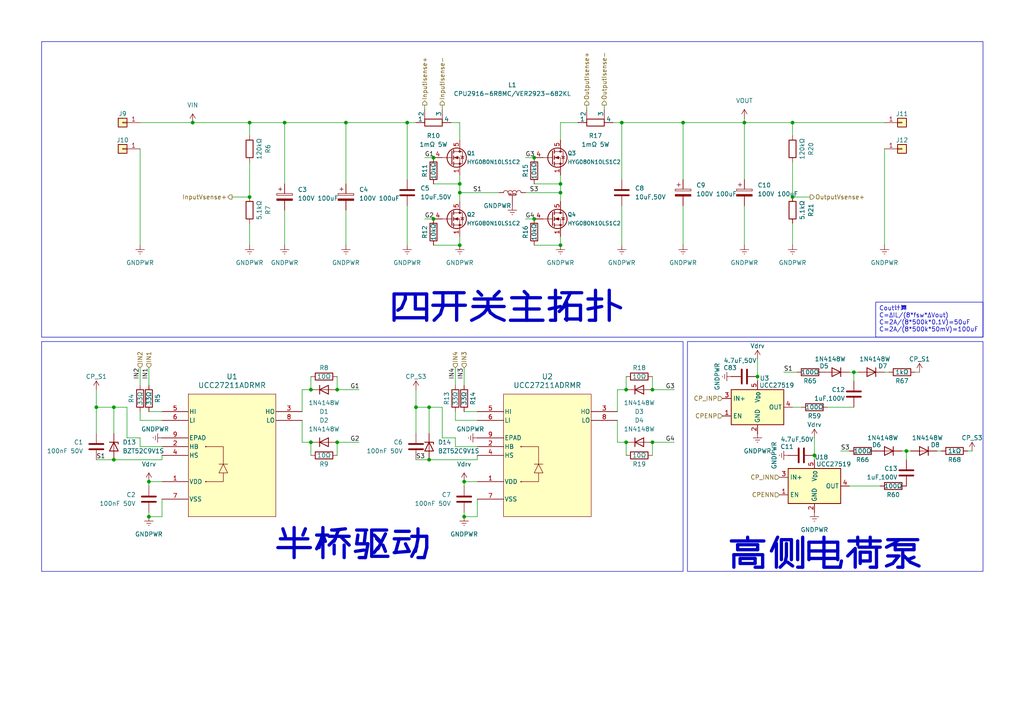
<source format=kicad_sch>
(kicad_sch (version 20250114) (generator "eeschema") (generator_version "9.0")
  (paper "A4")
  (title_block (title "HPM6P41_BuckBoost") (date "2025-05-05") (rev "4") (company "Author: Alipay"))
  (lib_symbols
    (symbol "1MyICs:UCC27518_UCC27519"
      (property "Reference" "U" (at 5.08 6.35 0))
      (property "Value" "UCC27518_UCC27519" (at 10.922 -6.35 0))
      (symbol "UCC27518_UCC27519_0_1"
        (rectangle (start -7.62 5.08) (end 7.62 -5.08) (stroke (width 0.254)) (fill (type background)))
      )
      (symbol "UCC27518_UCC27519_1_1"
        (pin input line (at -10.16 2.54 0) (length 2.54) (name "IN+") (number "3"))
        (pin input line (at -10.16 -2.54 0) (length 2.54) (name "EN") (number "1"))
        (pin power_in line (at 0 7.62 270) (length 2.54) (name "V_{DD}") (number "5"))
        (pin power_in line (at 0 -7.62 90) (length 2.54) (name "GND") (number "2"))
        (pin output line (at 10.16 0 180) (length 2.54) (name "OUT") (number "4"))
      )
    )
    (symbol "Connector_Generic:Conn_01x01" (pin_names (offset 1.016) (hide yes))
      (property "Reference" "J" (at 0 2.54 0))
      (property "Value" "Conn_01x01" (at 0 -2.54 0))
      (symbol "Conn_01x01_1_1"
        (rectangle (start -1.27 1.27) (end 1.27 -1.27) (stroke (width 0.254)) (fill (type background)))
        (rectangle (start -1.27 0.127) (end 0 -0.127) (stroke (width 0.1524)))
        (pin passive line (at -5.08 0 0) (length 3.81) (name "Pin_1") (number "1"))
      )
    )
    (symbol "Device:C" (pin_numbers (hide yes)) (pin_names (offset 0.254))
      (property "Reference" "C" (at 0.635 2.54 0))
      (property "Value" "C" (at 0.635 -2.54 0))
      (symbol "C_0_1"
        (polyline (pts (xy -2.032 0.762) (xy 2.032 0.762)) (stroke (width 0.508)))
        (polyline (pts (xy -2.032 -0.762) (xy 2.032 -0.762)) (stroke (width 0.508)))
      )
      (symbol "C_1_1"
        (pin passive line (at 0 3.81 270) (length 2.794) (name "~") (number "1"))
        (pin passive line (at 0 -3.81 90) (length 2.794) (name "~") (number "2"))
      )
    )
    (symbol "Device:C_Polarized" (pin_numbers (hide yes)) (pin_names (offset 0.254))
      (property "Reference" "C" (at 0.635 2.54 0))
      (property "Value" "C_Polarized" (at 0.635 -2.54 0))
      (symbol "C_Polarized_0_1"
        (rectangle (start -2.286 0.508) (end 2.286 1.016))
        (polyline (pts (xy -1.778 2.286) (xy -0.762 2.286)))
        (polyline (pts (xy -1.27 2.794) (xy -1.27 1.778)))
        (rectangle (start 2.286 -0.508) (end -2.286 -1.016) (fill (type outline)))
      )
      (symbol "C_Polarized_1_1"
        (pin passive line (at 0 3.81 270) (length 2.794) (name "~") (number "1"))
        (pin passive line (at 0 -3.81 90) (length 2.794) (name "~") (number "2"))
      )
    )
    (symbol "Device:D" (pin_numbers (hide yes)) (pin_names (offset 1.016) (hide yes))
      (property "Reference" "D" (at 0 2.54 0))
      (property "Value" "D" (at 0 -2.54 0))
      (symbol "D_0_1"
        (polyline (pts (xy -1.27 1.27) (xy -1.27 -1.27)) (stroke (width 0.254)))
        (polyline (pts (xy 1.27 1.27) (xy 1.27 -1.27) (xy -1.27 0) (xy 1.27 1.27)) (stroke (width 0.254)))
        (polyline (pts (xy 1.27 0) (xy -1.27 0)))
      )
      (symbol "D_1_1"
        (pin passive line (at -3.81 0 0) (length 2.54) (name "K") (number "1"))
        (pin passive line (at 3.81 0 180) (length 2.54) (name "A") (number "2"))
      )
    )
    (symbol "Device:L" (pin_numbers (hide yes)) (pin_names (offset 1.016) (hide yes))
      (property "Reference" "L1" (at 31.242 0 90))
      (property "Value" "CPU2916-6R8MC/VER2923-682KL" (at 28.702 0 90))
      (symbol "L_0_1"
        (arc (start 0 2.54) (mid 0.6323 1.905) (end 0 1.27))
        (arc (start 0 1.27) (mid 0.6323 0.635) (end 0 0))
        (arc (start 0 0) (mid 0.6323 -0.635) (end 0 -1.27))
        (arc (start 0 -1.27) (mid 0.6323 -1.905) (end 0 -2.54))
      )
      (symbol "L_1_1"
        (polyline (pts (xy -0.762 1.016) (xy -0.762 -1.016)) (stroke (width 0.1524)))
        (text "Mounting" (at -0.381 0 900) (effects (font (size 0.381 0.381))))
        (pin passive line (at -3.81 0 0) (length 3.048) (name "MountPin") (number "MP"))
        (pin passive line (at 0 3.81 270) (length 1.27) (name "1") (number "1"))
        (pin passive line (at 0 -3.81 90) (length 1.27) (name "2") (number "2"))
      )
    )
    (symbol "Device:R" (pin_numbers (hide yes)) (pin_names (offset 0))
      (property "Reference" "R" (at 2.032 0 90))
      (property "Value" "R" (at 0 0 90))
      (symbol "R_0_1"
        (rectangle (start -1.016 -2.54) (end 1.016 2.54) (stroke (width 0.254)))
      )
      (symbol "R_1_1"
        (pin passive line (at 0 3.81 270) (length 1.27) (name "~") (number "1"))
        (pin passive line (at 0 -3.81 90) (length 1.27) (name "~") (number "2"))
      )
    )
    (symbol "Device:R_Shunt" (pin_numbers (hide yes)) (pin_names (offset 0))
      (property "Reference" "R" (at -4.445 0 90))
      (property "Value" "R_Shunt" (at -2.54 0 90))
      (symbol "R_Shunt_0_1"
        (rectangle (start -1.016 -2.54) (end 1.016 2.54) (stroke (width 0.254)))
        (polyline (pts (xy 0 -2.54) (xy 1.27 -2.54)))
        (polyline (pts (xy 1.27 2.54) (xy 0 2.54)))
      )
      (symbol "R_Shunt_1_1"
        (pin passive line (at 0 5.08 270) (length 2.54) (name "1") (number "1"))
        (pin passive line (at 0 -5.08 90) (length 2.54) (name "4") (number "4"))
        (pin passive line (at 3.81 2.54 180) (length 2.54) (name "2") (number "2"))
        (pin passive line (at 3.81 -2.54 180) (length 2.54) (name "3") (number "3"))
      )
    )
    (symbol "Diode:BZV55B9V1" (pin_numbers (hide yes)) (pin_names (hide yes))
      (property "Reference" "D" (at 0 2.54 0))
      (property "Value" "BZV55B9V1" (at 0 -2.54 0))
      (symbol "BZV55B9V1_0_1"
        (polyline (pts (xy -1.27 -1.27) (xy -1.27 1.27) (xy -0.762 1.27)) (stroke (width 0.254)))
        (polyline (pts (xy 1.27 0) (xy -1.27 0)))
        (polyline (pts (xy 1.27 -1.27) (xy 1.27 1.27) (xy -1.27 0) (xy 1.27 -1.27)) (stroke (width 0.254)))
      )
      (symbol "BZV55B9V1_1_1"
        (pin passive line (at -3.81 0 0) (length 2.54) (name "K") (number "1"))
        (pin passive line (at 3.81 0 180) (length 2.54) (name "A") (number "2"))
      )
    )
    (symbol "TexasInstruments:UCC27211ADRMR" (pin_names (offset 0.254))
      (property "Reference" "U" (at 20.32 10.16 0))
      (property "Value" "UCC27211ADRMR" (at 20.32 7.62 0))
      (symbol "UCC27211ADRMR_0_1"
        (circle (center 12.7 -10.16) (radius 0.127))
        (polyline (pts (xy 12.7 -20.32) (xy 17.78 -20.32) (xy 17.78 -17.78) (xy 16.51 -17.78) (xy 17.78 -15.24) (xy 19.05 -17.78) (xy 17.78 -17.78) (xy 16.51 -17.78) (xy 17.78 -15.24) (xy 16.51 -15.24) (xy 19.05 -15.24) (xy 17.78 -15.24) (xy 17.78 -10.16) (xy 12.7 -10.16)))
        (circle (center 12.7 -20.32) (radius 0.127))
        (pin input line (at 0 0 0) (length 7.62) (name "HI") (number "5"))
        (pin input line (at 0 -2.54 0) (length 7.62) (name "LI") (number "6"))
        (pin unspecified line (at 0 -7.62 0) (length 7.62) (name "EPAD") (number "9"))
        (pin unspecified line (at 0 -10.16 0) (length 7.62) (name "HB") (number "2"))
        (pin unspecified line (at 0 -12.7 0) (length 7.62) (name "HS") (number "4"))
        (pin power_in line (at 0 -20.32 0) (length 7.62) (name "VDD") (number "1"))
        (pin power_in line (at 0 -25.4 0) (length 7.62) (name "VSS") (number "7"))
        (pin output line (at 40.64 0 180) (length 7.62) (name "HO") (number "3"))
        (pin output line (at 40.64 -2.54 180) (length 7.62) (name "LO") (number "8"))
      )
      (symbol "UCC27211ADRMR_1_1"
        (rectangle (start 7.62 5.08) (end 33.02 -30.48) (fill (type background)))
      )
    )
    (symbol "Transistor_FET:CSD18540Q5B" (pin_names (hide yes))
      (property "Reference" "Q" (at 5.08 1.905 0))
      (property "Value" "CSD18540Q5B" (at 5.08 0 0))
      (symbol "CSD18540Q5B_0_1"
        (polyline (pts (xy 0.254 1.905) (xy 0.254 -1.905)) (stroke (width 0.254)))
        (polyline (pts (xy 0.254 0) (xy -2.54 0)))
        (polyline (pts (xy 0.762 2.286) (xy 0.762 1.27)) (stroke (width 0.254)))
        (polyline (pts (xy 0.762 0.508) (xy 0.762 -0.508)) (stroke (width 0.254)))
        (polyline (pts (xy 0.762 -1.27) (xy 0.762 -2.286)) (stroke (width 0.254)))
        (polyline (pts (xy 0.762 -1.778) (xy 3.302 -1.778) (xy 3.302 1.778) (xy 0.762 1.778)))
        (polyline (pts (xy 1.016 0) (xy 2.032 0.381) (xy 2.032 -0.381) (xy 1.016 0)) (fill (type outline)))
        (circle (center 1.651 0) (radius 2.794) (stroke (width 0.254)))
        (polyline (pts (xy 2.54 2.54) (xy 2.54 1.778)))
        (circle (center 2.54 1.778) (radius 0.254) (fill (type outline)))
        (circle (center 2.54 -1.778) (radius 0.254) (fill (type outline)))
        (polyline (pts (xy 2.54 -2.54) (xy 2.54 0) (xy 0.762 0)))
        (polyline (pts (xy 2.794 0.508) (xy 2.921 0.381) (xy 3.683 0.381) (xy 3.81 0.254)))
        (polyline (pts (xy 3.302 0.381) (xy 2.921 -0.254) (xy 3.683 -0.254) (xy 3.302 0.381)))
      )
      (symbol "CSD18540Q5B_1_1"
        (pin passive line (at -5.08 0 0) (length 2.54) (name "G") (number "4"))
        (pin passive line (at 2.54 5.08 270) (length 2.54) (name "D") (number "5"))
        (pin passive line (at 2.54 -5.08 90) (length 2.54) (name "S") (number "1"))
        (pin passive line (at 2.54 -5.08 90) (length 2.54) (hide yes) (name "S") (number "2"))
        (pin passive line (at 2.54 -5.08 90) (length 2.54) (hide yes) (name "S") (number "3"))
      )
    )
    (symbol "power:+12V" (power) (pin_names (offset 0))
      (property "Value" "+12V" (at 0 3.556 0))
      (symbol "+12V_0_1"
        (polyline (pts (xy -0.762 1.27) (xy 0 2.54)))
        (polyline (pts (xy 0 2.54) (xy 0.762 1.27)))
        (polyline (pts (xy 0 0) (xy 0 2.54)))
      )
      (symbol "+12V_1_1"
        (pin power_in line (at 0 0 90) (length 0) (hide yes) (name "+12V") (number "1"))
      )
    )
    (symbol "power:GNDREF" (power) (pin_numbers (hide yes)) (pin_names (offset 0) (hide yes))
      (property "Value" "GNDREF" (at 0 -3.81 0))
      (symbol "GNDREF_0_1"
        (polyline (pts (xy -0.635 -1.905) (xy 0.635 -1.905)))
        (polyline (pts (xy -0.127 -2.54) (xy 0.127 -2.54)))
        (polyline (pts (xy 0 -1.27) (xy 0 0)))
        (polyline (pts (xy 1.27 -1.27) (xy -1.27 -1.27)))
      )
      (symbol "GNDREF_1_1"
        (pin power_in line (at 0 0 270) (length 0) (name "~") (number "1"))
      )
    )
    (symbol "power:VBUS" (power) (pin_numbers (hide yes)) (pin_names (offset 0) (hide yes))
      (property "Value" "VBUS" (at 0 3.556 0))
      (symbol "VBUS_0_1"
        (polyline (pts (xy -0.762 1.27) (xy 0 2.54)))
        (polyline (pts (xy 0 2.54) (xy 0.762 1.27)))
        (polyline (pts (xy 0 0) (xy 0 2.54)))
      )
      (symbol "VBUS_1_1"
        (pin power_in line (at 0 0 90) (length 0) (name "~") (number "1"))
      )
    )
  )
  (rectangle (start 199.39 99.06) (end 285.115 165.735))
  (rectangle (start 12.065 12.065) (end 285.115 97.79))
  (rectangle (start 12.065 99.06) (end 198.12 165.735))
  (text "半桥驱动" (at 102.362 158.496 0) (effects (font (size 7.62 7.62) (thickness 0.9525))))
  (text "高侧电荷泵" (at 239.522 161.29 0) (effects (font (size 7.62 7.62) (thickness 0.9525))))
  (text "四开关主拓扑" (at 147.32 89.662 0) (effects (font (size 7.62 7.62) (thickness 0.9525))))
  (text_box "Cout计算\nC=ΔIL/(8*fsw*ΔVout)\nC=2A/(8*500k*0.1V)=50uF\nC=2A/(8*500k*50mV)=100uF" (at 254 87.63 0) (size 31.115 10.16) (margins 0.9525 0.9525 0.9525 0.9525) (effects (font (size 1.27 1.27)) (justify left top)))
  (junction (at 154.94 63.5))
  (junction (at 97.79 113.03))
  (junction (at 236.22 132.08))
  (junction (at 215.9 35.56))
  (junction (at 133.35 53.34))
  (junction (at 33.02 133.35))
  (junction (at 90.17 113.03))
  (junction (at 118.11 35.56))
  (junction (at 134.62 139.7))
  (junction (at 124.46 133.35))
  (junction (at 229.87 57.15))
  (junction (at 55.88 35.56))
  (junction (at 72.39 35.56))
  (junction (at 154.94 45.72))
  (junction (at 162.56 71.12))
  (junction (at 97.79 128.27))
  (junction (at 33.02 118.11))
  (junction (at 43.18 139.7))
  (junction (at 90.17 128.27))
  (junction (at 181.61 113.03))
  (junction (at 181.61 128.27))
  (junction (at 189.23 128.27))
  (junction (at 100.33 35.56))
  (junction (at 72.39 57.15))
  (junction (at 162.56 53.34))
  (junction (at 133.35 55.88))
  (junction (at 180.34 35.56))
  (junction (at 82.55 35.56))
  (junction (at 133.35 71.12))
  (junction (at 198.12 35.56))
  (junction (at 43.18 149.86))
  (junction (at 120.65 118.11))
  (junction (at 134.62 149.86))
  (junction (at 125.73 63.5))
  (junction (at 27.94 118.11))
  (junction (at 162.56 55.88))
  (junction (at 229.87 35.56))
  (junction (at 125.73 45.72))
  (junction (at 262.89 130.81))
  (junction (at 247.65 107.95))
  (junction (at 219.71 109.22))
  (junction (at 189.23 113.03))
  (junction (at 124.46 118.11))
  (wire (pts (xy 265.43 107.95) (xy 266.7 107.95)))
  (wire (pts (xy 138.43 132.08) (xy 138.43 133.35)))
  (wire (pts (xy 40.64 43.18) (xy 40.64 71.12)))
  (wire (pts (xy 43.18 119.38) (xy 46.99 119.38)))
  (wire (pts (xy 40.64 129.54) (xy 46.99 129.54)))
  (wire (pts (xy 72.39 39.37) (xy 72.39 35.56)))
  (wire (pts (xy 236.22 127) (xy 236.22 132.08)))
  (wire (pts (xy 120.65 118.11) (xy 124.46 118.11)))
  (wire (pts (xy 118.11 35.56) (xy 120.65 35.56)))
  (wire (pts (xy 43.18 149.86) (xy 46.99 149.86)))
  (wire (pts (xy 87.63 128.27) (xy 87.63 121.92)))
  (wire (pts (xy 87.63 128.27) (xy 90.17 128.27)))
  (wire (pts (xy 215.9 34.29) (xy 215.9 35.56)))
  (wire (pts (xy 124.46 133.35) (xy 138.43 133.35)))
  (wire (pts (xy 124.46 118.11) (xy 124.46 125.73)))
  (wire (pts (xy 40.64 106.68) (xy 40.64 111.76)))
  (wire (pts (xy 124.46 118.11) (xy 128.27 118.11)))
  (wire (pts (xy 43.18 140.97) (xy 43.18 139.7)))
  (wire (pts (xy 280.67 130.81) (xy 281.94 130.81)))
  (wire (pts (xy 100.33 35.56) (xy 100.33 53.34)))
  (wire (pts (xy 167.64 35.56) (xy 162.56 35.56)))
  (wire (pts (xy 179.07 128.27) (xy 181.61 128.27)))
  (wire (pts (xy 229.87 46.99) (xy 229.87 57.15)))
  (wire (pts (xy 195.58 128.27) (xy 189.23 128.27)))
  (wire (pts (xy 40.64 127) (xy 40.64 129.54)))
  (wire (pts (xy 36.83 118.11) (xy 36.83 127)))
  (wire (pts (xy 246.38 140.97) (xy 255.27 140.97)))
  (wire (pts (xy 72.39 64.77) (xy 72.39 71.12)))
  (wire (pts (xy 154.94 53.34) (xy 162.56 53.34)))
  (wire (pts (xy 236.22 132.08) (xy 236.22 133.35)))
  (wire (pts (xy 130.81 35.56) (xy 133.35 35.56)))
  (wire (pts (xy 40.64 35.56) (xy 55.88 35.56)))
  (wire (pts (xy 134.62 139.7) (xy 138.43 139.7)))
  (wire (pts (xy 27.94 113.03) (xy 27.94 118.11)))
  (wire (pts (xy 240.03 118.11) (xy 247.65 118.11)))
  (wire (pts (xy 72.39 46.99) (xy 72.39 57.15)))
  (wire (pts (xy 104.14 128.27) (xy 97.79 128.27)))
  (wire (pts (xy 40.64 121.92) (xy 46.99 121.92)))
  (wire (pts (xy 264.16 130.81) (xy 262.89 130.81)))
  (wire (pts (xy 198.12 35.56) (xy 198.12 52.07)))
  (wire (pts (xy 133.35 53.34) (xy 133.35 55.88)))
  (wire (pts (xy 87.63 119.38) (xy 87.63 113.03)))
  (wire (pts (xy 180.34 59.69) (xy 180.34 71.12)))
  (wire (pts (xy 234.95 57.15) (xy 229.87 57.15)))
  (wire (pts (xy 36.83 127) (xy 40.64 127)))
  (wire (pts (xy 43.18 106.68) (xy 43.18 111.76)))
  (wire (pts (xy 162.56 53.34) (xy 162.56 50.8)))
  (wire (pts (xy 125.73 71.12) (xy 133.35 71.12)))
  (wire (pts (xy 128.27 30.48) (xy 128.27 31.75)))
  (wire (pts (xy 181.61 132.08) (xy 181.61 128.27)))
  (wire (pts (xy 133.35 50.8) (xy 133.35 53.34)))
  (wire (pts (xy 262.89 130.81) (xy 262.89 133.35)))
  (wire (pts (xy 261.62 130.81) (xy 262.89 130.81)))
  (wire (pts (xy 138.43 149.86) (xy 138.43 144.78)))
  (wire (pts (xy 40.64 119.38) (xy 40.64 121.92)))
  (wire (pts (xy 271.78 130.81) (xy 273.05 130.81)))
  (wire (pts (xy 132.08 119.38) (xy 132.08 121.92)))
  (wire (pts (xy 67.31 57.15) (xy 72.39 57.15)))
  (wire (pts (xy 181.61 109.22) (xy 181.61 113.03)))
  (wire (pts (xy 248.92 107.95) (xy 247.65 107.95)))
  (wire (pts (xy 82.55 60.96) (xy 82.55 71.12)))
  (wire (pts (xy 43.18 139.7) (xy 46.99 139.7)))
  (wire (pts (xy 97.79 132.08) (xy 97.79 128.27)))
  (wire (pts (xy 175.26 30.48) (xy 175.26 31.75)))
  (wire (pts (xy 27.94 118.11) (xy 27.94 125.73)))
  (wire (pts (xy 125.73 53.34) (xy 133.35 53.34)))
  (wire (pts (xy 229.87 118.11) (xy 232.41 118.11)))
  (wire (pts (xy 152.4 63.5) (xy 154.94 63.5)))
  (wire (pts (xy 33.02 133.35) (xy 46.99 133.35)))
  (wire (pts (xy 134.62 140.97) (xy 134.62 139.7)))
  (wire (pts (xy 90.17 132.08) (xy 90.17 128.27)))
  (wire (pts (xy 133.35 68.58) (xy 133.35 71.12)))
  (wire (pts (xy 134.62 119.38) (xy 138.43 119.38)))
  (wire (pts (xy 27.94 118.11) (xy 33.02 118.11)))
  (wire (pts (xy 189.23 109.22) (xy 189.23 113.03)))
  (wire (pts (xy 132.08 121.92) (xy 138.43 121.92)))
  (wire (pts (xy 133.35 35.56) (xy 133.35 40.64)))
  (wire (pts (xy 128.27 118.11) (xy 128.27 127)))
  (wire (pts (xy 72.39 35.56) (xy 82.55 35.56)))
  (wire (pts (xy 132.08 127) (xy 132.08 129.54)))
  (wire (pts (xy 162.56 68.58) (xy 162.56 71.12)))
  (wire (pts (xy 215.9 35.56) (xy 198.12 35.56)))
  (wire (pts (xy 256.54 107.95) (xy 257.81 107.95)))
  (wire (pts (xy 134.62 148.59) (xy 134.62 149.86)))
  (wire (pts (xy 134.62 149.86) (xy 138.43 149.86)))
  (wire (pts (xy 134.62 106.68) (xy 134.62 111.76)))
  (wire (pts (xy 162.56 55.88) (xy 162.56 53.34)))
  (wire (pts (xy 180.34 35.56) (xy 177.8 35.56)))
  (wire (pts (xy 128.27 127) (xy 132.08 127)))
  (wire (pts (xy 227.33 107.95) (xy 231.14 107.95)))
  (wire (pts (xy 215.9 35.56) (xy 215.9 52.07)))
  (wire (pts (xy 100.33 35.56) (xy 118.11 35.56)))
  (wire (pts (xy 247.65 107.95) (xy 247.65 110.49)))
  (wire (pts (xy 33.02 133.35) (xy 27.94 133.35)))
  (wire (pts (xy 132.08 129.54) (xy 138.43 129.54)))
  (wire (pts (xy 162.56 55.88) (xy 162.56 58.42)))
  (wire (pts (xy 195.58 113.03) (xy 189.23 113.03)))
  (wire (pts (xy 120.65 113.03) (xy 120.65 118.11)))
  (wire (pts (xy 43.18 148.59) (xy 43.18 149.86)))
  (wire (pts (xy 123.19 30.48) (xy 123.19 31.75)))
  (wire (pts (xy 189.23 132.08) (xy 189.23 128.27)))
  (wire (pts (xy 104.14 113.03) (xy 97.79 113.03)))
  (wire (pts (xy 55.88 35.56) (xy 72.39 35.56)))
  (wire (pts (xy 133.35 55.88) (xy 133.35 58.42)))
  (wire (pts (xy 154.94 71.12) (xy 162.56 71.12)))
  (wire (pts (xy 198.12 59.69) (xy 198.12 71.12)))
  (wire (pts (xy 46.99 149.86) (xy 46.99 144.78)))
  (wire (pts (xy 229.87 35.56) (xy 215.9 35.56)))
  (wire (pts (xy 46.99 133.35) (xy 46.99 132.08)))
  (wire (pts (xy 132.08 106.68) (xy 132.08 111.76)))
  (wire (pts (xy 170.18 30.48) (xy 170.18 31.75)))
  (wire (pts (xy 219.71 109.22) (xy 219.71 110.49)))
  (wire (pts (xy 100.33 60.96) (xy 100.33 71.12)))
  (wire (pts (xy 198.12 35.56) (xy 180.34 35.56)))
  (wire (pts (xy 179.07 128.27) (xy 179.07 121.92)))
  (wire (pts (xy 120.65 118.11) (xy 120.65 125.73)))
  (wire (pts (xy 97.79 109.22) (xy 97.79 113.03)))
  (wire (pts (xy 33.02 118.11) (xy 33.02 125.73)))
  (wire (pts (xy 229.87 35.56) (xy 256.54 35.56)))
  (wire (pts (xy 179.07 113.03) (xy 181.61 113.03)))
  (wire (pts (xy 152.4 55.88) (xy 162.56 55.88)))
  (wire (pts (xy 90.17 109.22) (xy 90.17 113.03)))
  (wire (pts (xy 82.55 35.56) (xy 82.55 53.34)))
  (wire (pts (xy 229.87 39.37) (xy 229.87 35.56)))
  (wire (pts (xy 179.07 113.03) (xy 179.07 119.38)))
  (wire (pts (xy 133.35 55.88) (xy 144.78 55.88)))
  (wire (pts (xy 180.34 35.56) (xy 180.34 52.07)))
  (wire (pts (xy 256.54 43.18) (xy 256.54 71.12)))
  (wire (pts (xy 87.63 113.03) (xy 90.17 113.03)))
  (wire (pts (xy 243.84 130.81) (xy 246.38 130.81)))
  (wire (pts (xy 123.19 45.72) (xy 125.73 45.72)))
  (wire (pts (xy 118.11 35.56) (xy 118.11 52.07)))
  (wire (pts (xy 219.71 104.14) (xy 219.71 109.22)))
  (wire (pts (xy 246.38 107.95) (xy 247.65 107.95)))
  (wire (pts (xy 152.4 45.72) (xy 154.94 45.72)))
  (wire (pts (xy 229.87 64.77) (xy 229.87 71.12)))
  (wire (pts (xy 162.56 35.56) (xy 162.56 40.64)))
  (wire (pts (xy 82.55 35.56) (xy 100.33 35.56)))
  (wire (pts (xy 33.02 118.11) (xy 36.83 118.11)))
  (wire (pts (xy 120.65 133.35) (xy 124.46 133.35)))
  (wire (pts (xy 118.11 59.69) (xy 118.11 71.12)))
  (wire (pts (xy 123.19 63.5) (xy 125.73 63.5)))
  (wire (pts (xy 215.9 59.69) (xy 215.9 71.12)))
  (label "S3" (at 156.21 55.88 180))
  (label "G2" (at 101.6 128.27 0))
  (label "S1" (at 227.33 107.95 0))
  (label "G1" (at 123.19 45.72 0))
  (label "S1" (at 137.16 55.88 0))
  (label "G3" (at 193.04 113.03 0))
  (label "G2" (at 123.19 63.5 0))
  (label "G1" (at 101.6 113.03 0))
  (label "IN1" (at 43.18 106.68 270))
  (label "S1" (at 27.94 133.35 0))
  (label "G4" (at 193.04 128.27 0))
  (label "G4" (at 152.4 63.5 0))
  (label "G3" (at 152.4 45.72 0))
  (label "S3" (at 120.65 133.35 0))
  (label "IN4" (at 132.08 106.68 270))
  (label "S3" (at 243.84 130.81 0))
  (label "IN2" (at 40.64 106.68 270))
  (label "IN3" (at 134.62 106.68 270))
  (hierarchical_label "InputIsense-" (shape output) (at 128.27 30.48 90))
  (hierarchical_label "IN1" (shape input) (at 43.18 106.68 90))
  (hierarchical_label "CPENN" (shape input) (at 226.06 143.51 180))
  (hierarchical_label "CP_INN" (shape input) (at 226.06 138.43 180))
  (hierarchical_label "OutputVsense+" (shape output) (at 234.95 57.15 0))
  (hierarchical_label "InputVsense+" (shape output) (at 67.31 57.15 180))
  (hierarchical_label "InputIsense+" (shape output) (at 123.19 30.48 90))
  (hierarchical_label "IN3" (shape input) (at 134.62 106.68 90))
  (hierarchical_label "IN4" (shape input) (at 132.08 106.68 90))
  (hierarchical_label "IN2" (shape input) (at 40.64 106.68 90))
  (hierarchical_label "OutputIsense-" (shape output) (at 175.26 30.48 90))
  (hierarchical_label "OutputIsense+" (shape output) (at 170.18 30.48 90))
  (hierarchical_label "CP_INP" (shape input) (at 209.55 115.57 180))
  (hierarchical_label "CPENP" (shape input) (at 209.55 120.65 180))
  (symbol (lib_id "Device:C_Polarized") (at 215.9 55.88 0) (unit 1)
    (property "Reference" "C10" (at 219.71 53.721 0) (effects (justify left)))
    (property "Value" "100V 100uF" (at 219.71 56.261 0) (effects (justify left)))
    (property "Footprint" "HPM6P41_BB:CP_Radial_D10.0mm_P5.00mm" (effects (hide yes)))
  )
  (symbol (lib_id "Device:R") (at 40.64 115.57 180) (unit 1)
    (property "Reference" "R4" (at 38.1 115.57 90))
    (property "Value" "33Ω" (at 40.64 115.57 90))
    (property "Footprint" "Resistor_SMD:R_0603_1608Metric" (effects (hide yes)))
  )
  (symbol (lib_id "Device:D") (at 267.97 130.81 0) (mirror y) (unit 1)
    (property "Reference" "D8" (at 271.272 129.032 0))
    (property "Value" "1N4148W" (at 268.986 127 0))
    (property "Footprint" "Diode_SMD:D_SOD-323" (effects (hide yes)))
    (property "Datasheet" "C3013756" (effects (hide yes)))
    (property "Sim.Device" "D" (effects (hide yes)))
    (property "Sim.Pins" "1=K 2=A" (effects (hide yes)))
  )
  (symbol (lib_id "Diode:BZV55B9V1") (at 124.46 129.54 270) (unit 1)
    (property "Reference" "D14" (at 127 128.2699 90) (effects (justify left)))
    (property "Value" "BZT52C9V1S" (at 127 130.8099 90) (effects (justify left)))
    (property "Footprint" "Diode_SMD:D_SOD-323" (effects (hide yes)))
    (property "Datasheet" "https://assets.nexperia.com/documents/data-sheet/BZV55_SER.pdf" (effects (hide yes)))
    (property "Description" "9.1V, 500mW, 2%, Zener diode, MiniMELF" (effects (hide yes)))
  )
  (symbol (lib_id "power:GNDREF") (at 46.99 127 270) (unit 1)
    (property "Reference" "#PWR08" (effects (hide yes)))
    (property "Value" "GNDPWR" (at 49.022 124.46 90) (effects (justify right)))
    (property "Description" "Power symbol creates a global label with name \"GNDREF\" , reference supply ground" (effects (hide yes)))
  )
  (symbol (lib_id "Device:R_Shunt") (at 172.72 35.56 90) (unit 1)
    (property "Reference" "R17" (at 172.72 39.37 90))
    (property "Value" "1mΩ 5W" (at 172.72 41.91 90))
    (property "Footprint" "HPM6P41_BB:R_Shunt_2725_2726" (effects (hide yes)))
    (property "Description" "Shunt resistor" (effects (hide yes)))
  )
  (symbol (lib_id "Device:D") (at 185.42 128.27 0) (unit 1)
    (property "Reference" "D4" (at 185.42 121.92 0))
    (property "Value" "1N4148W" (at 185.42 124.46 0))
    (property "Footprint" "Diode_SMD:D_SOD-323" (effects (hide yes)))
    (property "Datasheet" "C3013756" (effects (hide yes)))
    (property "Sim.Device" "D" (effects (hide yes)))
    (property "Sim.Pins" "1=K 2=A" (effects (hide yes)))
  )
  (symbol (lib_id "Device:C") (at 247.65 114.3 0) (mirror y) (unit 1)
    (property "Reference" "C12" (at 245.11 113.03 0) (effects (justify left)))
    (property "Value" "1uF,100V" (at 245.11 115.57 0) (effects (justify left)))
    (property "Footprint" "Capacitor_SMD:C_0805_2012Metric" (effects (hide yes)))
  )
  (symbol (lib_id "power:+12V") (at 43.18 139.7 0) (unit 1)
    (property "Reference" "#PWR0147" (effects (hide yes)))
    (property "Value" "Vdrv" (at 43.18 134.62 0))
  )
  (symbol (lib_id "Device:C_Polarized") (at 82.55 57.15 0) (unit 1)
    (property "Reference" "C3" (at 86.36 54.991 0) (effects (justify left)))
    (property "Value" "100V 100uF" (at 86.36 57.531 0) (effects (justify left)))
    (property "Footprint" "HPM6P41_BB:CP_Radial_D10.0mm_P5.00mm" (effects (hide yes)))
  )
  (symbol (lib_id "Device:L") (at 148.59 55.88 90) (unit 1)
    (property "Reference" "L1" (at 148.59 24.638 90))
    (property "Value" "CPU2916-6R8MC/VER2923-682KL" (at 148.59 27.178 90))
    (property "Footprint" "HPM6P41_BB:IND_VER2923_COC" (effects (hide yes)))
    (property "Datasheet" "https://item.taobao.com/item.htm?abbucket=11&detail_redpacket_pop=true&id=728306852960&ltk2=1746116900184xstdy93a7cq5hnn3e5efn&ns=1&priceTId=undefined&query=%E7%BE%B0%E5%9F%BA%E7%B2%89%E7%94%B5%E6%84%9F&skuId=5532454632509&spm=a21n57.1.hoverItem.5&utparam=%7B%22aplus_abtest%22%3A%229e0d3c38bc27272b59784c2f040332ea%22%7D&xxc=taobaoSearch" (effects (hide yes)))
    (property "Description" "羰基粉电感 2.2uH 48A" (effects (hide yes)))
  )
  (symbol (lib_id "Device:C") (at 118.11 55.88 0) (unit 1)
    (property "Reference" "C5" (at 121.92 54.6099 0) (effects (justify left)))
    (property "Value" "10uF,50V" (at 121.92 57.1499 0) (effects (justify left)))
    (property "Footprint" "Capacitor_SMD:C_1206_3216Metric" (effects (hide yes)))
    (property "Datasheet" "https://item.szlcsc.com/90812.html?fromZone=s_s__%25221206%252010uF%2522&spm=sc.gb.xh3.zy.n___sc.ols.hd.ss&lcsc_vid=EwRcVFxfQ1UNUlxUFlcKAVVURlQMUgEHFFIPVlIDRgcxVlNSQVBfUlJSTlhWXjsOAxUeFF5JWA4cAwEUWRIUCwcVFE8NCAlJGgQDBQEUWA4cAwEUWA0HFBBIHxUDCw%3D%3D" (effects (hide yes)))
    (property "Description" "C89632" (effects (hide yes)))
    (property "型号" "CL31B106KBHNNNE" (effects (hide yes)))
  )
  (symbol (lib_id "Device:R") (at 125.73 67.31 180) (unit 1)
    (property "Reference" "R12" (at 123.19 67.31 90))
    (property "Value" "10kΩ" (at 125.73 67.31 90))
    (property "Footprint" "Resistor_SMD:R_0603_1608Metric" (effects (hide yes)))
  )
  (symbol (lib_id "Device:C") (at 27.94 129.54 0) (mirror y) (unit 1)
    (property "Reference" "C1" (at 24.13 128.27 0) (effects (justify left)))
    (property "Value" "100nF 50V" (at 24.13 130.81 0) (effects (justify left)))
    (property "Footprint" "Capacitor_SMD:C_0603_1608Metric" (effects (hide yes)))
  )
  (symbol (lib_id "Connector_Generic:Conn_01x01") (at 261.62 35.56 0) (mirror x) (unit 1)
    (property "Reference" "J11" (at 261.62 33.02 0))
    (property "Value" "Conn_01x01" (effects (hide yes)))
    (property "Footprint" "1MyConnector:48A_Connector_PCB_3" (effects (hide yes)))
    (property "Description" "Generic connector, single row, 01x01, script generated (kicad-library-utils/schlib/autogen/connector/)" (effects (hide yes)))
  )
  (symbol (lib_id "power:GNDREF") (at 256.54 71.12 0) (mirror y) (unit 1)
    (property "Reference" "#PWR028" (effects (hide yes)))
    (property "Value" "GNDPWR" (at 256.54 76.2 0))
    (property "Description" "Power symbol creates a global label with name \"GNDREF\" , reference supply ground" (effects (hide yes)))
  )
  (symbol (lib_id "Device:D") (at 185.42 113.03 0) (mirror x) (unit 1)
    (property "Reference" "D3" (at 185.42 119.38 0))
    (property "Value" "1N4148W" (at 185.42 116.84 0))
    (property "Footprint" "Diode_SMD:D_SOD-323" (effects (hide yes)))
    (property "Datasheet" "C3013756" (effects (hide yes)))
    (property "Sim.Device" "D" (effects (hide yes)))
    (property "Sim.Pins" "1=K 2=A" (effects (hide yes)))
  )
  (symbol (lib_id "Device:C") (at 134.62 144.78 0) (mirror y) (unit 1)
    (property "Reference" "C7" (at 130.81 143.51 0) (effects (justify left)))
    (property "Value" "100nF 50V" (at 130.81 146.05 0) (effects (justify left)))
    (property "Footprint" "Capacitor_SMD:C_0603_1608Metric" (effects (hide yes)))
  )
  (symbol (lib_id "power:GNDREF") (at 133.35 71.12 0) (unit 1)
    (property "Reference" "#PWR014" (effects (hide yes)))
    (property "Value" "GNDPWR" (at 133.35 76.2 0))
    (property "Description" "Power symbol creates a global label with name \"GNDREF\" , reference supply ground" (effects (hide yes)))
  )
  (symbol (lib_id "Device:R") (at 93.98 132.08 90) (mirror x) (unit 1)
    (property "Reference" "R9" (at 93.98 134.62 90))
    (property "Value" "10Ω" (at 93.98 132.08 90))
    (property "Footprint" "Resistor_SMD:R_0603_1608Metric" (effects (hide yes)))
  )
  (symbol (lib_id "Device:R") (at 276.86 130.81 270) (unit 1)
    (property "Reference" "R68" (at 276.86 133.35 90))
    (property "Value" "1kΩ" (at 276.86 130.81 90))
    (property "Footprint" "Resistor_SMD:R_0603_1608Metric" (effects (hide yes)))
    (property "Description" "Resistor" (effects (hide yes)))
  )
  (symbol (lib_id "power:GNDREF") (at 236.22 148.59 0) (unit 1)
    (property "Reference" "#PWR0115" (effects (hide yes)))
    (property "Value" "GNDPWR" (at 236.22 153.67 0))
    (property "Description" "Power symbol creates a global label with name \"GNDREF\" , reference supply ground" (effects (hide yes)))
  )
  (symbol (lib_id "power:GNDREF") (at 118.11 71.12 0) (unit 1)
    (property "Reference" "#PWR013" (effects (hide yes)))
    (property "Value" "GNDPWR" (at 118.11 76.2 0))
    (property "Description" "Power symbol creates a global label with name \"GNDREF\" , reference supply ground" (effects (hide yes)))
  )
  (symbol (lib_id "1MyICs:UCC27518_UCC27519") (at 236.22 140.97 0) (unit 1)
    (property "Reference" "U18" (at 238.252 132.588 0))
    (property "Value" "UCC27519" (at 241.808 134.62 0))
    (property "Footprint" "Package_TO_SOT_SMD:SOT-23-5" (effects (hide yes)))
    (property "Datasheet" "https://www.ti.com.cn/cn/lit/ds/symlink/ucc27519.pdf?ts=1747047529320&ref_url=https%253A%252F%252Fwww.ti.com.cn%252Fproduct%252Fcn%252FUCC27519" (effects (hide yes)))
    (property "Description" "Single-Channel High-Speed Low-Side Gate Driver With 4-A Peak Source and 8-A Peak Sink, SOT-23-6" (effects (hide yes)))
  )
  (symbol (lib_id "power:+12V") (at 27.94 113.03 0) (unit 1)
    (property "Reference" "#PWR0144" (effects (hide yes)))
    (property "Value" "CP_S1" (at 27.94 109.22 0))
  )
  (symbol (lib_id "Device:C") (at 180.34 55.88 0) (unit 1)
    (property "Reference" "C8" (at 184.15 54.6099 0) (effects (justify left)))
    (property "Value" "10uF,50V" (at 184.15 57.1499 0) (effects (justify left)))
    (property "Footprint" "Capacitor_SMD:C_1206_3216Metric" (effects (hide yes)))
    (property "Datasheet" "https://item.szlcsc.com/90812.html?fromZone=s_s__%25221206%252010uF%2522&spm=sc.gb.xh3.zy.n___sc.ols.hd.ss&lcsc_vid=EwRcVFxfQ1UNUlxUFlcKAVVURlQMUgEHFFIPVlIDRgcxVlNSQVBfUlJSTlhWXjsOAxUeFF5JWA4cAwEUWRIUCwcVFE8NCAlJGgQDBQEUWA4cAwEUWA0HFBBIHxUDCw%3D%3D" (effects (hide yes)))
    (property "Description" "C89632" (effects (hide yes)))
    (property "型号" "CL31B106KBHNNNE" (effects (hide yes)))
  )
  (symbol (lib_id "power:GNDREF") (at 219.71 125.73 0) (unit 1)
    (property "Reference" "#PWR06" (effects (hide yes)))
    (property "Value" "GNDPWR" (at 219.71 130.81 0))
    (property "Description" "Power symbol creates a global label with name \"GNDREF\" , reference supply ground" (effects (hide yes)))
  )
  (symbol (lib_id "power:GNDREF") (at 40.64 71.12 0) (unit 1)
    (property "Reference" "#PWR05" (effects (hide yes)))
    (property "Value" "GNDPWR" (at 40.64 76.2 0))
    (property "Description" "Power symbol creates a global label with name \"GNDREF\" , reference supply ground" (effects (hide yes)))
  )
  (symbol (lib_id "Device:C") (at 43.18 144.78 0) (mirror y) (unit 1)
    (property "Reference" "C2" (at 39.37 143.51 0) (effects (justify left)))
    (property "Value" "100nF 50V" (at 39.37 146.05 0) (effects (justify left)))
    (property "Footprint" "Capacitor_SMD:C_0603_1608Metric" (effects (hide yes)))
  )
  (symbol (lib_id "power:GNDREF") (at 100.33 71.12 0) (unit 1)
    (property "Reference" "#PWR012" (effects (hide yes)))
    (property "Value" "GNDPWR" (at 100.33 76.2 0))
    (property "Description" "Power symbol creates a global label with name \"GNDREF\" , reference supply ground" (effects (hide yes)))
  )
  (symbol (lib_id "Connector_Generic:Conn_01x01") (at 35.56 35.56 180) (unit 1)
    (property "Reference" "J9" (at 35.56 33.02 0))
    (property "Value" "Conn_01x01" (effects (hide yes)))
    (property "Footprint" "1MyConnector:48A_Connector_PCB_3" (effects (hide yes)))
    (property "Description" "Generic connector, single row, 01x01, script generated (kicad-library-utils/schlib/autogen/connector/)" (effects (hide yes)))
  )
  (symbol (lib_id "Device:R_Shunt") (at 125.73 35.56 90) (unit 1)
    (property "Reference" "R10" (at 125.73 39.37 90))
    (property "Value" "1mΩ 5W" (at 125.73 41.91 90))
    (property "Footprint" "HPM6P41_BB:R_Shunt_2725_2726" (effects (hide yes)))
    (property "Description" "Shunt resistor" (effects (hide yes)))
  )
  (symbol (lib_id "power:+12V") (at 236.22 127 0) (unit 1)
    (property "Reference" "#PWR022" (effects (hide yes)))
    (property "Value" "Vdrv" (at 236.22 123.19 0))
  )
  (symbol (lib_id "power:GNDREF") (at 229.87 71.12 0) (unit 1)
    (property "Reference" "#PWR025" (effects (hide yes)))
    (property "Value" "GNDPWR" (at 229.87 76.2 0))
    (property "Description" "Power symbol creates a global label with name \"GNDREF\" , reference supply ground" (effects (hide yes)))
  )
  (symbol (lib_id "power:+12V") (at 134.62 139.7 0) (unit 1)
    (property "Reference" "#PWR0148" (effects (hide yes)))
    (property "Value" "Vdrv" (at 134.62 134.62 0))
  )
  (symbol (lib_id "Device:R") (at 250.19 130.81 270) (unit 1)
    (property "Reference" "R66" (at 250.19 133.35 90))
    (property "Value" "100Ω" (at 250.19 130.81 90))
    (property "Footprint" "Resistor_SMD:R_0603_1608Metric" (effects (hide yes)))
    (property "Description" "Resistor" (effects (hide yes)))
  )
  (symbol (lib_id "Device:R") (at 93.98 109.22 90) (unit 1)
    (property "Reference" "R8" (at 93.98 106.68 90))
    (property "Value" "10Ω" (at 93.98 109.22 90))
    (property "Footprint" "Resistor_SMD:R_0603_1608Metric" (effects (hide yes)))
  )
  (symbol (lib_id "Transistor_FET:CSD18540Q5B") (at 160.02 45.72 0) (unit 1)
    (property "Reference" "Q3" (at 164.592 44.45 0) (effects (font (size 1.143 1.143)) (justify left)))
    (property "Value" "HYG080N10LS1C2" (at 164.592 46.99 0) (effects (font (size 1.143 1.143)) (justify left)))
    (property "Footprint" "Package_TO_SOT_SMD:TDSON-8-1" (effects (hide yes)))
    (property "Datasheet" "http://www.ti.com/lit/gpn/csd18540q5b" (effects (hide yes)))
    (property "Description" "100A Id, 60V Vds, NexFET N-Channel Power MOSFET, 2.2mOhm Ron, 41nC Qg(typ), SON8 5x6mm" (effects (hide yes)))
  )
  (symbol (lib_id "power:GNDREF") (at 82.55 71.12 0) (unit 1)
    (property "Reference" "#PWR011" (effects (hide yes)))
    (property "Value" "GNDPWR" (at 82.55 76.2 0))
    (property "Description" "Power symbol creates a global label with name \"GNDREF\" , reference supply ground" (effects (hide yes)))
  )
  (symbol (lib_id "Device:D") (at 257.81 130.81 0) (mirror y) (unit 1)
    (property "Reference" "D6" (at 254.254 129.032 0))
    (property "Value" "1N4148W" (at 256.032 127 0))
    (property "Footprint" "Diode_SMD:D_SOD-323" (effects (hide yes)))
    (property "Datasheet" "C3013756" (effects (hide yes)))
    (property "Sim.Device" "D" (effects (hide yes)))
    (property "Sim.Pins" "1=K 2=A" (effects (hide yes)))
  )
  (symbol (lib_id "power:VBUS") (at 215.9 34.29 0) (unit 1)
    (property "Reference" "#PWR023" (effects (hide yes)))
    (property "Value" "VOUT" (at 215.9 29.21 0))
    (property "Description" "Power symbol creates a global label with name \"VBUS\"" (effects (hide yes)))
  )
  (symbol (lib_id "power:GNDREF") (at 198.12 71.12 0) (unit 1)
    (property "Reference" "#PWR020" (effects (hide yes)))
    (property "Value" "GNDPWR" (at 198.12 76.2 0))
    (property "Description" "Power symbol creates a global label with name \"GNDREF\" , reference supply ground" (effects (hide yes)))
  )
  (symbol (lib_id "1MyICs:UCC27518_UCC27519") (at 219.71 118.11 0) (unit 1)
    (property "Reference" "U3" (at 221.742 109.728 0))
    (property "Value" "UCC27519" (at 225.298 111.76 0))
    (property "Footprint" "Package_TO_SOT_SMD:SOT-23-5" (effects (hide yes)))
    (property "Datasheet" "https://www.ti.com.cn/cn/lit/ds/symlink/ucc27519.pdf?ts=1747047529320&ref_url=https%253A%252F%252Fwww.ti.com.cn%252Fproduct%252Fcn%252FUCC27519" (effects (hide yes)))
    (property "Description" "Single-Channel High-Speed Low-Side Gate Driver With 4-A Peak Source and 8-A Peak Sink, SOT-23-6" (effects (hide yes)))
  )
  (symbol (lib_id "Device:C_Polarized") (at 100.33 57.15 0) (unit 1)
    (property "Reference" "C4" (at 104.14 54.991 0) (effects (justify left)))
    (property "Value" "100V 100uF" (at 104.14 57.531 0) (effects (justify left)))
    (property "Footprint" "HPM6P41_BB:CP_Radial_D10.0mm_P5.00mm" (effects (hide yes)))
  )
  (symbol (lib_id "Device:R") (at 185.42 132.08 90) (mirror x) (unit 1)
    (property "Reference" "R19" (at 185.42 134.62 90))
    (property "Value" "10Ω" (at 185.42 132.08 90))
    (property "Footprint" "Resistor_SMD:R_0603_1608Metric" (effects (hide yes)))
  )
  (symbol (lib_id "power:GNDREF") (at 72.39 71.12 0) (unit 1)
    (property "Reference" "#PWR010" (effects (hide yes)))
    (property "Value" "GNDPWR" (at 72.39 76.2 0))
    (property "Description" "Power symbol creates a global label with name \"GNDREF\" , reference supply ground" (effects (hide yes)))
  )
  (symbol (lib_id "Device:D") (at 242.57 107.95 0) (mirror y) (unit 1)
    (property "Reference" "D5" (at 239.014 106.172 0))
    (property "Value" "1N4148W" (at 240.792 104.14 0))
    (property "Footprint" "Diode_SMD:D_SOD-323" (effects (hide yes)))
    (property "Datasheet" "C3013756" (effects (hide yes)))
    (property "Sim.Device" "D" (effects (hide yes)))
    (property "Sim.Pins" "1=K 2=A" (effects (hide yes)))
  )
  (symbol (lib_id "Device:R") (at 259.08 140.97 270) (unit 1)
    (property "Reference" "R60" (at 259.08 143.51 90))
    (property "Value" "100Ω" (at 259.08 140.97 90))
    (property "Footprint" "Resistor_SMD:R_0603_1608Metric" (effects (hide yes)))
    (property "Description" "Resistor" (effects (hide yes)))
  )
  (symbol (lib_id "Device:C") (at 262.89 137.16 0) (mirror y) (unit 1)
    (property "Reference" "C13" (at 260.35 135.89 0) (effects (justify left)))
    (property "Value" "1uF,100V" (at 260.35 138.43 0) (effects (justify left)))
    (property "Footprint" "Capacitor_SMD:C_0805_2012Metric" (effects (hide yes)))
  )
  (symbol (lib_id "power:GNDREF") (at 134.62 149.86 0) (unit 1)
    (property "Reference" "#PWR016" (effects (hide yes)))
    (property "Value" "GNDPWR" (at 134.62 154.94 0))
    (property "Description" "Power symbol creates a global label with name \"GNDREF\" , reference supply ground" (effects (hide yes)))
  )
  (symbol (lib_id "power:GNDREF") (at 162.56 71.12 0) (unit 1)
    (property "Reference" "#PWR018" (effects (hide yes)))
    (property "Value" "GNDPWR" (at 162.56 76.2 0))
    (property "Description" "Power symbol creates a global label with name \"GNDREF\" , reference supply ground" (effects (hide yes)))
  )
  (symbol (lib_id "power:GNDREF") (at 212.09 109.22 270) (unit 1)
    (property "Reference" "#PWR0120" (effects (hide yes)))
    (property "Value" "GNDPWR" (at 208.026 109.22 0))
    (property "Description" "Power symbol creates a global label with name \"GNDREF\" , reference supply ground" (effects (hide yes)))
  )
  (symbol (lib_id "Device:R") (at 154.94 67.31 180) (unit 1)
    (property "Reference" "R16" (at 152.4 67.31 90))
    (property "Value" "10kΩ" (at 154.94 67.31 90))
    (property "Footprint" "Resistor_SMD:R_0603_1608Metric" (effects (hide yes)))
  )
  (symbol (lib_id "Diode:BZV55B9V1") (at 33.02 129.54 270) (unit 1)
    (property "Reference" "D13" (at 35.56 128.2699 90) (effects (justify left)))
    (property "Value" "BZT52C9V1S" (at 35.56 130.8099 90) (effects (justify left)))
    (property "Footprint" "Diode_SMD:D_SOD-323" (effects (hide yes)))
    (property "Datasheet" "https://assets.nexperia.com/documents/data-sheet/BZV55_SER.pdf" (effects (hide yes)))
    (property "Description" "9.1V, 500mW, 2%, Zener diode, MiniMELF" (effects (hide yes)))
  )
  (symbol (lib_id "power:+12V") (at 120.65 113.03 0) (unit 1)
    (property "Reference" "#PWR0145" (effects (hide yes)))
    (property "Value" "CP_S3" (at 120.65 109.22 0))
  )
  (symbol (lib_id "power:GNDREF") (at 228.6 132.08 270) (unit 1)
    (property "Reference" "#PWR015" (effects (hide yes)))
    (property "Value" "GNDPWR" (at 224.536 132.08 0))
    (property "Description" "Power symbol creates a global label with name \"GNDREF\" , reference supply ground" (effects (hide yes)))
  )
  (symbol (lib_id "power:GNDREF") (at 138.43 127 270) (unit 1)
    (property "Reference" "#PWR017" (effects (hide yes)))
    (property "Value" "GNDPWR" (at 140.462 124.46 90) (effects (justify right)))
    (property "Description" "Power symbol creates a global label with name \"GNDREF\" , reference supply ground" (effects (hide yes)))
  )
  (symbol (lib_id "Device:R") (at 261.62 107.95 270) (unit 1)
    (property "Reference" "R67" (at 261.62 110.49 90))
    (property "Value" "1kΩ" (at 261.62 107.95 90))
    (property "Footprint" "Resistor_SMD:R_0603_1608Metric" (effects (hide yes)))
    (property "Description" "Resistor" (effects (hide yes)))
  )
  (symbol (lib_id "Transistor_FET:CSD18540Q5B") (at 160.02 63.5 0) (unit 1)
    (property "Reference" "Q4" (at 164.592 62.23 0) (effects (font (size 1.143 1.143)) (justify left)))
    (property "Value" "HYG080N10LS1C2" (at 164.592 64.77 0) (effects (font (size 1.143 1.143)) (justify left)))
    (property "Footprint" "Package_TO_SOT_SMD:TDSON-8-1" (effects (hide yes)))
    (property "Datasheet" "http://www.ti.com/lit/gpn/csd18540q5b" (effects (hide yes)))
    (property "Description" "100A Id, 60V Vds, NexFET N-Channel Power MOSFET, 2.2mOhm Ron, 41nC Qg(typ), SON8 5x6mm" (effects (hide yes)))
  )
  (symbol (lib_id "power:GNDREF") (at 180.34 71.12 0) (unit 1)
    (property "Reference" "#PWR019" (effects (hide yes)))
    (property "Value" "GNDPWR" (at 180.34 76.2 0))
    (property "Description" "Power symbol creates a global label with name \"GNDREF\" , reference supply ground" (effects (hide yes)))
  )
  (symbol (lib_id "Device:D") (at 252.73 107.95 0) (mirror y) (unit 1)
    (property "Reference" "D7" (at 256.032 106.172 0))
    (property "Value" "1N4148W" (at 253.746 104.14 0))
    (property "Footprint" "Diode_SMD:D_SOD-323" (effects (hide yes)))
    (property "Datasheet" "C3013756" (effects (hide yes)))
    (property "Sim.Device" "D" (effects (hide yes)))
    (property "Sim.Pins" "1=K 2=A" (effects (hide yes)))
  )
  (symbol (lib_id "Device:R") (at 229.87 60.96 0) (unit 1)
    (property "Reference" "R21" (at 235.204 60.96 90))
    (property "Value" "5.1kΩ" (at 232.664 60.96 90))
    (property "Footprint" "Resistor_SMD:R_0603_1608Metric" (effects (hide yes)))
    (property "Description" "Resistor" (effects (hide yes)))
  )
  (symbol (lib_id "power:+12V") (at 281.94 130.81 0) (unit 1)
    (property "Reference" "#PWR0143" (effects (hide yes)))
    (property "Value" "CP_S3" (at 281.94 127 0))
  )
  (symbol (lib_id "power:GNDREF") (at 148.59 59.69 0) (unit 1)
    (property "Reference" "#PWR021" (effects (hide yes)))
    (property "Value" "GNDPWR" (at 144.272 59.69 0))
    (property "Description" "Power symbol creates a global label with name \"GNDREF\" , reference supply ground" (effects (hide yes)))
  )
  (symbol (lib_id "Transistor_FET:CSD18540Q5B") (at 130.81 63.5 0) (unit 1)
    (property "Reference" "Q2" (at 135.382 62.23 0) (effects (font (size 1.143 1.143)) (justify left)))
    (property "Value" "HYG080N10LS1C2" (at 135.382 64.77 0) (effects (font (size 1.143 1.143)) (justify left)))
    (property "Footprint" "Package_TO_SOT_SMD:TDSON-8-1" (effects (hide yes)))
    (property "Datasheet" "http://www.ti.com/lit/gpn/csd18540q5b" (effects (hide yes)))
    (property "Description" "100A Id, 60V Vds, NexFET N-Channel Power MOSFET, 2.2mOhm Ron, 41nC Qg(typ), SON8 5x6mm" (effects (hide yes)))
  )
  (symbol (lib_id "Device:C") (at 232.41 132.08 270) (mirror x) (unit 1)
    (property "Reference" "C11" (at 226.314 129.54 90) (effects (justify left)))
    (property "Value" "4.7uF,50V" (at 226.3775 127.4445 90) (effects (justify left)))
    (property "Footprint" "Capacitor_SMD:C_0603_1608Metric" (effects (hide yes)))
  )
  (symbol (lib_id "Device:R") (at 125.73 49.53 180) (unit 1)
    (property "Reference" "R11" (at 123.19 49.53 90))
    (property "Value" "10kΩ" (at 125.73 49.53 90))
    (property "Footprint" "Resistor_SMD:R_0603_1608Metric" (effects (hide yes)))
  )
  (symbol (lib_id "Device:C_Polarized") (at 198.12 55.88 0) (unit 1)
    (property "Reference" "C9" (at 201.93 53.721 0) (effects (justify left)))
    (property "Value" "100V 100uF" (at 201.93 56.261 0) (effects (justify left)))
    (property "Footprint" "HPM6P41_BB:CP_Radial_D10.0mm_P5.00mm" (effects (hide yes)))
  )
  (symbol (lib_id "TexasInstruments:UCC27211ADRMR") (at 46.99 119.38 0) (unit 1)
    (property "Reference" "U1" (at 67.31 109.22 0) (effects (font (size 1.524 1.524))))
    (property "Value" "UCC27211ADRMR" (at 67.31 111.76 0) (effects (font (size 1.524 1.524))))
    (property "Footprint" "HPM6P41_BB:VSON-8-1EP_3x3mm_P0.65mm_EP1.65x2.4mm" (effects (hide yes)))
    (property "Datasheet" "UCC27211ADRMR" (effects (hide yes)))
  )
  (symbol (lib_id "TexasInstruments:UCC27211ADRMR") (at 138.43 119.38 0) (unit 1)
    (property "Reference" "U2" (at 158.75 109.22 0) (effects (font (size 1.524 1.524))))
    (property "Value" "UCC27211ADRMR" (at 158.75 111.76 0) (effects (font (size 1.524 1.524))))
    (property "Footprint" "HPM6P41_BB:VSON-8-1EP_3x3mm_P0.65mm_EP1.65x2.4mm" (effects (hide yes)))
    (property "Datasheet" "UCC27211ADRMR" (effects (hide yes)))
  )
  (symbol (lib_id "power:VBUS") (at 55.88 35.56 0) (unit 1)
    (property "Reference" "#PWR09" (effects (hide yes)))
    (property "Value" "VIN" (at 55.88 30.48 0))
    (property "Description" "Power symbol creates a global label with name \"VBUS\"" (effects (hide yes)))
  )
  (symbol (lib_id "Connector_Generic:Conn_01x01") (at 35.56 43.18 180) (unit 1)
    (property "Reference" "J10" (at 35.56 40.64 0))
    (property "Value" "Conn_01x01" (effects (hide yes)))
    (property "Footprint" "1MyConnector:48A_Connector_PCB_3" (effects (hide yes)))
    (property "Description" "Generic connector, single row, 01x01, script generated (kicad-library-utils/schlib/autogen/connector/)" (effects (hide yes)))
  )
  (symbol (lib_id "Device:R") (at 72.39 43.18 0) (unit 1)
    (property "Reference" "R6" (at 77.724 43.18 90))
    (property "Value" "120kΩ" (at 75.184 43.18 90))
    (property "Footprint" "Resistor_SMD:R_0603_1608Metric" (effects (hide yes)))
    (property "Description" "Resistor" (effects (hide yes)))
  )
  (symbol (lib_id "Device:R") (at 154.94 49.53 180) (unit 1)
    (property "Reference" "R15" (at 152.4 49.53 90))
    (property "Value" "10kΩ" (at 154.94 49.53 90))
    (property "Footprint" "Resistor_SMD:R_0603_1608Metric" (effects (hide yes)))
  )
  (symbol (lib_id "Device:R") (at 134.62 115.57 0) (mirror x) (unit 1)
    (property "Reference" "R14" (at 137.16 115.57 90))
    (property "Value" "33Ω" (at 134.62 115.57 90))
    (property "Footprint" "Resistor_SMD:R_0603_1608Metric" (effects (hide yes)))
  )
  (symbol (lib_id "power:+12V") (at 219.71 104.14 0) (unit 1)
    (property "Reference" "#PWR0150" (effects (hide yes)))
    (property "Value" "Vdrv" (at 219.71 100.33 0))
  )
  (symbol (lib_id "Device:R") (at 43.18 115.57 0) (mirror x) (unit 1)
    (property "Reference" "R5" (at 45.72 115.57 90))
    (property "Value" "33Ω" (at 43.18 115.57 90))
    (property "Footprint" "Resistor_SMD:R_0603_1608Metric" (effects (hide yes)))
  )
  (symbol (lib_id "power:+12V") (at 266.7 107.95 0) (unit 1)
    (property "Reference" "#PWR0142" (effects (hide yes)))
    (property "Value" "CP_S1" (at 266.7 104.14 0))
  )
  (symbol (lib_id "Device:D") (at 93.98 128.27 0) (unit 1)
    (property "Reference" "D2" (at 93.98 121.92 0))
    (property "Value" "1N4148W" (at 93.98 124.46 0))
    (property "Footprint" "Diode_SMD:D_SOD-323" (effects (hide yes)))
    (property "Datasheet" "C3013756" (effects (hide yes)))
    (property "Sim.Device" "D" (effects (hide yes)))
    (property "Sim.Pins" "1=K 2=A" (effects (hide yes)))
  )
  (symbol (lib_id "Device:C") (at 120.65 129.54 0) (mirror y) (unit 1)
    (property "Reference" "C6" (at 116.84 128.27 0) (effects (justify left)))
    (property "Value" "100nF 50V" (at 116.84 130.81 0) (effects (justify left)))
    (property "Footprint" "Capacitor_SMD:C_0603_1608Metric" (effects (hide yes)))
  )
  (symbol (lib_id "Device:R") (at 185.42 109.22 90) (unit 1)
    (property "Reference" "R18" (at 185.42 106.68 90))
    (property "Value" "10Ω" (at 185.42 109.22 90))
    (property "Footprint" "Resistor_SMD:R_0603_1608Metric" (effects (hide yes)))
  )
  (symbol (lib_id "Device:R") (at 234.95 107.95 270) (unit 1)
    (property "Reference" "R65" (at 234.95 110.49 90))
    (property "Value" "100Ω" (at 234.95 107.95 90))
    (property "Footprint" "Resistor_SMD:R_0603_1608Metric" (effects (hide yes)))
    (property "Description" "Resistor" (effects (hide yes)))
  )
  (symbol (lib_id "Device:R") (at 236.22 118.11 270) (unit 1)
    (property "Reference" "R59" (at 236.22 120.65 90))
    (property "Value" "100Ω" (at 236.22 118.11 90))
    (property "Footprint" "Resistor_SMD:R_0603_1608Metric" (effects (hide yes)))
    (property "Description" "Resistor" (effects (hide yes)))
  )
  (symbol (lib_id "Connector_Generic:Conn_01x01") (at 261.62 43.18 0) (mirror x) (unit 1)
    (property "Reference" "J12" (at 261.62 40.64 0))
    (property "Value" "Conn_01x01" (effects (hide yes)))
    (property "Footprint" "1MyConnector:48A_Connector_PCB_3" (effects (hide yes)))
    (property "Description" "Generic connector, single row, 01x01, script generated (kicad-library-utils/schlib/autogen/connector/)" (effects (hide yes)))
  )
  (symbol (lib_id "power:GNDREF") (at 215.9 71.12 0) (unit 1)
    (property "Reference" "#PWR024" (effects (hide yes)))
    (property "Value" "GNDPWR" (at 215.9 76.2 0))
    (property "Description" "Power symbol creates a global label with name \"GNDREF\" , reference supply ground" (effects (hide yes)))
  )
  (symbol (lib_id "Device:D") (at 93.98 113.03 0) (mirror x) (unit 1)
    (property "Reference" "D1" (at 93.98 119.38 0))
    (property "Value" "1N4148W" (at 93.98 116.84 0))
    (property "Footprint" "Diode_SMD:D_SOD-323" (effects (hide yes)))
    (property "Datasheet" "C3013756" (effects (hide yes)))
    (property "Sim.Device" "D" (effects (hide yes)))
    (property "Sim.Pins" "1=K 2=A" (effects (hide yes)))
  )
  (symbol (lib_id "Device:R") (at 132.08 115.57 180) (unit 1)
    (property "Reference" "R13" (at 129.54 115.57 90))
    (property "Value" "33Ω" (at 132.08 115.57 90))
    (property "Footprint" "Resistor_SMD:R_0603_1608Metric" (effects (hide yes)))
  )
  (symbol (lib_id "Device:R") (at 229.87 43.18 0) (unit 1)
    (property "Reference" "R20" (at 235.204 43.18 90))
    (property "Value" "120kΩ" (at 232.664 43.18 90))
    (property "Footprint" "Resistor_SMD:R_0603_1608Metric" (effects (hide yes)))
    (property "Description" "Resistor" (effects (hide yes)))
  )
  (symbol (lib_id "Device:R") (at 72.39 60.96 0) (unit 1)
    (property "Reference" "R7" (at 77.724 60.96 90))
    (property "Value" "5.1kΩ" (at 75.184 60.96 90))
    (property "Footprint" "Resistor_SMD:R_0603_1608Metric" (effects (hide yes)))
    (property "Description" "Resistor" (effects (hide yes)))
  )
  (symbol (lib_id "power:GNDREF") (at 43.18 149.86 0) (unit 1)
    (property "Reference" "#PWR07" (effects (hide yes)))
    (property "Value" "GNDPWR" (at 43.18 154.94 0))
    (property "Description" "Power symbol creates a global label with name \"GNDREF\" , reference supply ground" (effects (hide yes)))
  )
  (symbol (lib_id "Transistor_FET:CSD18540Q5B") (at 130.81 45.72 0) (unit 1)
    (property "Reference" "Q1" (at 135.382 44.45 0) (effects (font (size 1.143 1.143)) (justify left)))
    (property "Value" "HYG080N10LS1C2" (at 135.382 46.99 0) (effects (font (size 1.143 1.143)) (justify left)))
    (property "Footprint" "Package_TO_SOT_SMD:TDSON-8-1" (effects (hide yes)))
    (property "Datasheet" "http://www.ti.com/lit/gpn/csd18540q5b" (effects (hide yes)))
    (property "Description" "100A Id, 60V Vds, NexFET N-Channel Power MOSFET, 2.2mOhm Ron, 41nC Qg(typ), SON8 5x6mm" (effects (hide yes)))
  )
  (symbol (lib_id "Device:C") (at 215.9 109.22 270) (mirror x) (unit 1)
    (property "Reference" "C83" (at 209.804 106.68 90) (effects (justify left)))
    (property "Value" "4.7uF,50V" (at 209.8675 104.5845 90) (effects (justify left)))
    (property "Footprint" "Capacitor_SMD:C_0603_1608Metric" (effects (hide yes)))
  )
)
</source>
